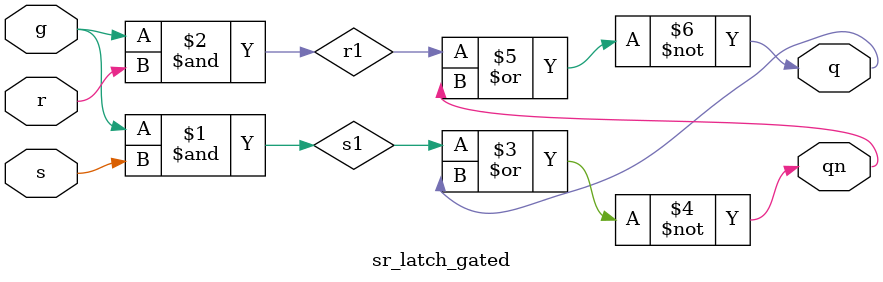
<source format=v>
`timescale 1ns/1ns
module sr_latch_gated(q, qn, g, s, r);
   output q, qn;
   input g, s, r;   

   wire s1;
   wire r1;

   and(s1, g, s);
   and(r1, g, r);   
   nor(qn, s1, q);
   nor(q, r1, qn);
endmodule
</source>
